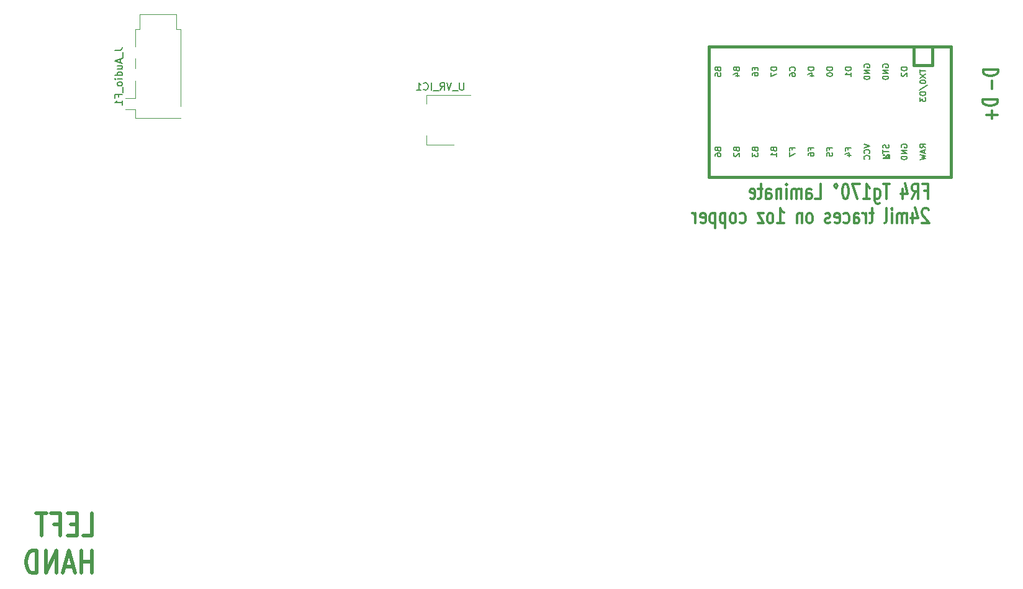
<source format=gbo>
G04 #@! TF.GenerationSoftware,KiCad,Pcbnew,(5.0.2)-1*
G04 #@! TF.CreationDate,2019-03-28T21:35:29+05:30*
G04 #@! TF.ProjectId,ErgodoxBle,4572676f-646f-4784-926c-652e6b696361,rev?*
G04 #@! TF.SameCoordinates,Original*
G04 #@! TF.FileFunction,Legend,Bot*
G04 #@! TF.FilePolarity,Positive*
%FSLAX46Y46*%
G04 Gerber Fmt 4.6, Leading zero omitted, Abs format (unit mm)*
G04 Created by KiCad (PCBNEW (5.0.2)-1) date 3/28/2019 9:35:29 PM*
%MOMM*%
%LPD*%
G01*
G04 APERTURE LIST*
%ADD10C,0.304800*%
%ADD11C,0.508000*%
%ADD12C,0.381000*%
%ADD13C,0.150000*%
%ADD14C,0.120000*%
G04 APERTURE END LIST*
D10*
X200753738Y-36246888D02*
X198721738Y-36246888D01*
X198721738Y-36609745D01*
X198818500Y-36827460D01*
X199012023Y-36972602D01*
X199205547Y-37045174D01*
X199592595Y-37117745D01*
X199882880Y-37117745D01*
X200269928Y-37045174D01*
X200463452Y-36972602D01*
X200656976Y-36827460D01*
X200753738Y-36609745D01*
X200753738Y-36246888D01*
X199979642Y-37770888D02*
X199979642Y-38932031D01*
X200705478Y-40305808D02*
X198673478Y-40305808D01*
X198673478Y-40668665D01*
X198770240Y-40886380D01*
X198963763Y-41031522D01*
X199157287Y-41104094D01*
X199544335Y-41176665D01*
X199834620Y-41176665D01*
X200221668Y-41104094D01*
X200415192Y-41031522D01*
X200608716Y-40886380D01*
X200705478Y-40668665D01*
X200705478Y-40305808D01*
X199931382Y-41829808D02*
X199931382Y-42990951D01*
X200705478Y-42410380D02*
X199157287Y-42410380D01*
D11*
X75960514Y-99803857D02*
X77170038Y-99803857D01*
X77170038Y-96755857D01*
X75113847Y-98207285D02*
X74267180Y-98207285D01*
X73904323Y-99803857D02*
X75113847Y-99803857D01*
X75113847Y-96755857D01*
X73904323Y-96755857D01*
X71969085Y-98207285D02*
X72815752Y-98207285D01*
X72815752Y-99803857D02*
X72815752Y-96755857D01*
X71606228Y-96755857D01*
X71001466Y-96755857D02*
X69550038Y-96755857D01*
X70275752Y-99803857D02*
X70275752Y-96755857D01*
X77170038Y-104883857D02*
X77170038Y-101835857D01*
X77170038Y-103287285D02*
X75718609Y-103287285D01*
X75718609Y-104883857D02*
X75718609Y-101835857D01*
X74630038Y-104013000D02*
X73420514Y-104013000D01*
X74871942Y-104883857D02*
X74025276Y-101835857D01*
X73178609Y-104883857D01*
X72331942Y-104883857D02*
X72331942Y-101835857D01*
X70880514Y-104883857D01*
X70880514Y-101835857D01*
X69670990Y-104883857D02*
X69670990Y-101835857D01*
X69066228Y-101835857D01*
X68703371Y-101981000D01*
X68461466Y-102271285D01*
X68340514Y-102561571D01*
X68219561Y-103142142D01*
X68219561Y-103577571D01*
X68340514Y-104158142D01*
X68461466Y-104448428D01*
X68703371Y-104738714D01*
X69066228Y-104883857D01*
X69670990Y-104883857D01*
D10*
X190701022Y-52788457D02*
X191209022Y-52788457D01*
X191209022Y-53852838D02*
X191209022Y-51820838D01*
X190483308Y-51820838D01*
X189031880Y-53852838D02*
X189539880Y-52885219D01*
X189902737Y-53852838D02*
X189902737Y-51820838D01*
X189322165Y-51820838D01*
X189177022Y-51917600D01*
X189104451Y-52014361D01*
X189031880Y-52207885D01*
X189031880Y-52498171D01*
X189104451Y-52691695D01*
X189177022Y-52788457D01*
X189322165Y-52885219D01*
X189902737Y-52885219D01*
X187725594Y-52498171D02*
X187725594Y-53852838D01*
X188088451Y-51724076D02*
X188451308Y-53175504D01*
X187507880Y-53175504D01*
X185983880Y-51820838D02*
X185113022Y-51820838D01*
X185548451Y-53852838D02*
X185548451Y-51820838D01*
X183951880Y-52498171D02*
X183951880Y-54143123D01*
X184024451Y-54336647D01*
X184097022Y-54433409D01*
X184242165Y-54530171D01*
X184459880Y-54530171D01*
X184605022Y-54433409D01*
X183951880Y-53756076D02*
X184097022Y-53852838D01*
X184387308Y-53852838D01*
X184532451Y-53756076D01*
X184605022Y-53659314D01*
X184677594Y-53465790D01*
X184677594Y-52885219D01*
X184605022Y-52691695D01*
X184532451Y-52594933D01*
X184387308Y-52498171D01*
X184097022Y-52498171D01*
X183951880Y-52594933D01*
X182427880Y-53852838D02*
X183298737Y-53852838D01*
X182863308Y-53852838D02*
X182863308Y-51820838D01*
X183008451Y-52111123D01*
X183153594Y-52304647D01*
X183298737Y-52401409D01*
X181919880Y-51820838D02*
X180903880Y-51820838D01*
X181557022Y-53852838D01*
X180033022Y-51820838D02*
X179887880Y-51820838D01*
X179742737Y-51917600D01*
X179670165Y-52014361D01*
X179597594Y-52207885D01*
X179525022Y-52594933D01*
X179525022Y-53078742D01*
X179597594Y-53465790D01*
X179670165Y-53659314D01*
X179742737Y-53756076D01*
X179887880Y-53852838D01*
X180033022Y-53852838D01*
X180178165Y-53756076D01*
X180250737Y-53659314D01*
X180323308Y-53465790D01*
X180395880Y-53078742D01*
X180395880Y-52594933D01*
X180323308Y-52207885D01*
X180250737Y-52014361D01*
X180178165Y-51917600D01*
X180033022Y-51820838D01*
X178654165Y-51820838D02*
X178799308Y-51917600D01*
X178871880Y-52111123D01*
X178799308Y-52304647D01*
X178654165Y-52401409D01*
X178509022Y-52304647D01*
X178436451Y-52111123D01*
X178509022Y-51917600D01*
X178654165Y-51820838D01*
X175823880Y-53852838D02*
X176549594Y-53852838D01*
X176549594Y-51820838D01*
X174662737Y-53852838D02*
X174662737Y-52788457D01*
X174735308Y-52594933D01*
X174880451Y-52498171D01*
X175170737Y-52498171D01*
X175315880Y-52594933D01*
X174662737Y-53756076D02*
X174807880Y-53852838D01*
X175170737Y-53852838D01*
X175315880Y-53756076D01*
X175388451Y-53562552D01*
X175388451Y-53369028D01*
X175315880Y-53175504D01*
X175170737Y-53078742D01*
X174807880Y-53078742D01*
X174662737Y-52981980D01*
X173937022Y-53852838D02*
X173937022Y-52498171D01*
X173937022Y-52691695D02*
X173864451Y-52594933D01*
X173719308Y-52498171D01*
X173501594Y-52498171D01*
X173356451Y-52594933D01*
X173283880Y-52788457D01*
X173283880Y-53852838D01*
X173283880Y-52788457D02*
X173211308Y-52594933D01*
X173066165Y-52498171D01*
X172848451Y-52498171D01*
X172703308Y-52594933D01*
X172630737Y-52788457D01*
X172630737Y-53852838D01*
X171905022Y-53852838D02*
X171905022Y-52498171D01*
X171905022Y-51820838D02*
X171977594Y-51917600D01*
X171905022Y-52014361D01*
X171832451Y-51917600D01*
X171905022Y-51820838D01*
X171905022Y-52014361D01*
X171179308Y-52498171D02*
X171179308Y-53852838D01*
X171179308Y-52691695D02*
X171106737Y-52594933D01*
X170961594Y-52498171D01*
X170743880Y-52498171D01*
X170598737Y-52594933D01*
X170526165Y-52788457D01*
X170526165Y-53852838D01*
X169147308Y-53852838D02*
X169147308Y-52788457D01*
X169219880Y-52594933D01*
X169365022Y-52498171D01*
X169655308Y-52498171D01*
X169800451Y-52594933D01*
X169147308Y-53756076D02*
X169292451Y-53852838D01*
X169655308Y-53852838D01*
X169800451Y-53756076D01*
X169873022Y-53562552D01*
X169873022Y-53369028D01*
X169800451Y-53175504D01*
X169655308Y-53078742D01*
X169292451Y-53078742D01*
X169147308Y-52981980D01*
X168639308Y-52498171D02*
X168058737Y-52498171D01*
X168421594Y-51820838D02*
X168421594Y-53562552D01*
X168349022Y-53756076D01*
X168203880Y-53852838D01*
X168058737Y-53852838D01*
X166970165Y-53756076D02*
X167115308Y-53852838D01*
X167405594Y-53852838D01*
X167550737Y-53756076D01*
X167623308Y-53562552D01*
X167623308Y-52788457D01*
X167550737Y-52594933D01*
X167405594Y-52498171D01*
X167115308Y-52498171D01*
X166970165Y-52594933D01*
X166897594Y-52788457D01*
X166897594Y-52981980D01*
X167623308Y-53175504D01*
X191281594Y-55367161D02*
X191209022Y-55270400D01*
X191063880Y-55173638D01*
X190701022Y-55173638D01*
X190555880Y-55270400D01*
X190483308Y-55367161D01*
X190410737Y-55560685D01*
X190410737Y-55754209D01*
X190483308Y-56044495D01*
X191354165Y-57205638D01*
X190410737Y-57205638D01*
X189104451Y-55850971D02*
X189104451Y-57205638D01*
X189467308Y-55076876D02*
X189830165Y-56528304D01*
X188886737Y-56528304D01*
X188306165Y-57205638D02*
X188306165Y-55850971D01*
X188306165Y-56044495D02*
X188233594Y-55947733D01*
X188088451Y-55850971D01*
X187870737Y-55850971D01*
X187725594Y-55947733D01*
X187653022Y-56141257D01*
X187653022Y-57205638D01*
X187653022Y-56141257D02*
X187580451Y-55947733D01*
X187435308Y-55850971D01*
X187217594Y-55850971D01*
X187072451Y-55947733D01*
X186999880Y-56141257D01*
X186999880Y-57205638D01*
X186274165Y-57205638D02*
X186274165Y-55850971D01*
X186274165Y-55173638D02*
X186346737Y-55270400D01*
X186274165Y-55367161D01*
X186201594Y-55270400D01*
X186274165Y-55173638D01*
X186274165Y-55367161D01*
X185330737Y-57205638D02*
X185475880Y-57108876D01*
X185548451Y-56915352D01*
X185548451Y-55173638D01*
X183806737Y-55850971D02*
X183226165Y-55850971D01*
X183589022Y-55173638D02*
X183589022Y-56915352D01*
X183516451Y-57108876D01*
X183371308Y-57205638D01*
X183226165Y-57205638D01*
X182718165Y-57205638D02*
X182718165Y-55850971D01*
X182718165Y-56238019D02*
X182645594Y-56044495D01*
X182573022Y-55947733D01*
X182427880Y-55850971D01*
X182282737Y-55850971D01*
X181121594Y-57205638D02*
X181121594Y-56141257D01*
X181194165Y-55947733D01*
X181339308Y-55850971D01*
X181629594Y-55850971D01*
X181774737Y-55947733D01*
X181121594Y-57108876D02*
X181266737Y-57205638D01*
X181629594Y-57205638D01*
X181774737Y-57108876D01*
X181847308Y-56915352D01*
X181847308Y-56721828D01*
X181774737Y-56528304D01*
X181629594Y-56431542D01*
X181266737Y-56431542D01*
X181121594Y-56334780D01*
X179742737Y-57108876D02*
X179887880Y-57205638D01*
X180178165Y-57205638D01*
X180323308Y-57108876D01*
X180395880Y-57012114D01*
X180468451Y-56818590D01*
X180468451Y-56238019D01*
X180395880Y-56044495D01*
X180323308Y-55947733D01*
X180178165Y-55850971D01*
X179887880Y-55850971D01*
X179742737Y-55947733D01*
X178509022Y-57108876D02*
X178654165Y-57205638D01*
X178944451Y-57205638D01*
X179089594Y-57108876D01*
X179162165Y-56915352D01*
X179162165Y-56141257D01*
X179089594Y-55947733D01*
X178944451Y-55850971D01*
X178654165Y-55850971D01*
X178509022Y-55947733D01*
X178436451Y-56141257D01*
X178436451Y-56334780D01*
X179162165Y-56528304D01*
X177855880Y-57108876D02*
X177710737Y-57205638D01*
X177420451Y-57205638D01*
X177275308Y-57108876D01*
X177202737Y-56915352D01*
X177202737Y-56818590D01*
X177275308Y-56625066D01*
X177420451Y-56528304D01*
X177638165Y-56528304D01*
X177783308Y-56431542D01*
X177855880Y-56238019D01*
X177855880Y-56141257D01*
X177783308Y-55947733D01*
X177638165Y-55850971D01*
X177420451Y-55850971D01*
X177275308Y-55947733D01*
X175170737Y-57205638D02*
X175315880Y-57108876D01*
X175388451Y-57012114D01*
X175461022Y-56818590D01*
X175461022Y-56238019D01*
X175388451Y-56044495D01*
X175315880Y-55947733D01*
X175170737Y-55850971D01*
X174953022Y-55850971D01*
X174807880Y-55947733D01*
X174735308Y-56044495D01*
X174662737Y-56238019D01*
X174662737Y-56818590D01*
X174735308Y-57012114D01*
X174807880Y-57108876D01*
X174953022Y-57205638D01*
X175170737Y-57205638D01*
X174009594Y-55850971D02*
X174009594Y-57205638D01*
X174009594Y-56044495D02*
X173937022Y-55947733D01*
X173791880Y-55850971D01*
X173574165Y-55850971D01*
X173429022Y-55947733D01*
X173356451Y-56141257D01*
X173356451Y-57205638D01*
X170671308Y-57205638D02*
X171542165Y-57205638D01*
X171106737Y-57205638D02*
X171106737Y-55173638D01*
X171251880Y-55463923D01*
X171397022Y-55657447D01*
X171542165Y-55754209D01*
X169800451Y-57205638D02*
X169945594Y-57108876D01*
X170018165Y-57012114D01*
X170090737Y-56818590D01*
X170090737Y-56238019D01*
X170018165Y-56044495D01*
X169945594Y-55947733D01*
X169800451Y-55850971D01*
X169582737Y-55850971D01*
X169437594Y-55947733D01*
X169365022Y-56044495D01*
X169292451Y-56238019D01*
X169292451Y-56818590D01*
X169365022Y-57012114D01*
X169437594Y-57108876D01*
X169582737Y-57205638D01*
X169800451Y-57205638D01*
X168784451Y-55850971D02*
X167986165Y-55850971D01*
X168784451Y-57205638D01*
X167986165Y-57205638D01*
X165591308Y-57108876D02*
X165736451Y-57205638D01*
X166026737Y-57205638D01*
X166171880Y-57108876D01*
X166244451Y-57012114D01*
X166317022Y-56818590D01*
X166317022Y-56238019D01*
X166244451Y-56044495D01*
X166171880Y-55947733D01*
X166026737Y-55850971D01*
X165736451Y-55850971D01*
X165591308Y-55947733D01*
X164720451Y-57205638D02*
X164865594Y-57108876D01*
X164938165Y-57012114D01*
X165010737Y-56818590D01*
X165010737Y-56238019D01*
X164938165Y-56044495D01*
X164865594Y-55947733D01*
X164720451Y-55850971D01*
X164502737Y-55850971D01*
X164357594Y-55947733D01*
X164285022Y-56044495D01*
X164212451Y-56238019D01*
X164212451Y-56818590D01*
X164285022Y-57012114D01*
X164357594Y-57108876D01*
X164502737Y-57205638D01*
X164720451Y-57205638D01*
X163559308Y-55850971D02*
X163559308Y-57882971D01*
X163559308Y-55947733D02*
X163414165Y-55850971D01*
X163123880Y-55850971D01*
X162978737Y-55947733D01*
X162906165Y-56044495D01*
X162833594Y-56238019D01*
X162833594Y-56818590D01*
X162906165Y-57012114D01*
X162978737Y-57108876D01*
X163123880Y-57205638D01*
X163414165Y-57205638D01*
X163559308Y-57108876D01*
X162180451Y-55850971D02*
X162180451Y-57882971D01*
X162180451Y-55947733D02*
X162035308Y-55850971D01*
X161745022Y-55850971D01*
X161599880Y-55947733D01*
X161527308Y-56044495D01*
X161454737Y-56238019D01*
X161454737Y-56818590D01*
X161527308Y-57012114D01*
X161599880Y-57108876D01*
X161745022Y-57205638D01*
X162035308Y-57205638D01*
X162180451Y-57108876D01*
X160221022Y-57108876D02*
X160366165Y-57205638D01*
X160656451Y-57205638D01*
X160801594Y-57108876D01*
X160874165Y-56915352D01*
X160874165Y-56141257D01*
X160801594Y-55947733D01*
X160656451Y-55850971D01*
X160366165Y-55850971D01*
X160221022Y-55947733D01*
X160148451Y-56141257D01*
X160148451Y-56334780D01*
X160874165Y-56528304D01*
X159495308Y-57205638D02*
X159495308Y-55850971D01*
X159495308Y-56238019D02*
X159422737Y-56044495D01*
X159350165Y-55947733D01*
X159205022Y-55850971D01*
X159059880Y-55850971D01*
D12*
G04 #@! TO.C,proMicro1*
X189280800Y-35661600D02*
X189280800Y-33121600D01*
X191820800Y-35661600D02*
X189280800Y-35661600D01*
D13*
G36*
X185531770Y-48056235D02*
X185431770Y-48056235D01*
X185431770Y-48156235D01*
X185531770Y-48156235D01*
X185531770Y-48056235D01*
G37*
X185531770Y-48056235D02*
X185431770Y-48056235D01*
X185431770Y-48156235D01*
X185531770Y-48156235D01*
X185531770Y-48056235D01*
G36*
X185931770Y-48256235D02*
X185131770Y-48256235D01*
X185131770Y-48356235D01*
X185931770Y-48356235D01*
X185931770Y-48256235D01*
G37*
X185931770Y-48256235D02*
X185131770Y-48256235D01*
X185131770Y-48356235D01*
X185931770Y-48356235D01*
X185931770Y-48256235D01*
G36*
X185331770Y-47856235D02*
X185131770Y-47856235D01*
X185131770Y-47956235D01*
X185331770Y-47956235D01*
X185331770Y-47856235D01*
G37*
X185331770Y-47856235D02*
X185131770Y-47856235D01*
X185131770Y-47956235D01*
X185331770Y-47956235D01*
X185331770Y-47856235D01*
G36*
X185931770Y-47856235D02*
X185631770Y-47856235D01*
X185631770Y-47956235D01*
X185931770Y-47956235D01*
X185931770Y-47856235D01*
G37*
X185931770Y-47856235D02*
X185631770Y-47856235D01*
X185631770Y-47956235D01*
X185931770Y-47956235D01*
X185931770Y-47856235D01*
G36*
X185931770Y-47856235D02*
X185831770Y-47856235D01*
X185831770Y-48356235D01*
X185931770Y-48356235D01*
X185931770Y-47856235D01*
G37*
X185931770Y-47856235D02*
X185831770Y-47856235D01*
X185831770Y-48356235D01*
X185931770Y-48356235D01*
X185931770Y-47856235D01*
D12*
X161340800Y-50901600D02*
X194360800Y-50901600D01*
X161340800Y-33121600D02*
X161340800Y-50901600D01*
X194360800Y-33121600D02*
X161340800Y-33121600D01*
X194360800Y-50901600D02*
X194360800Y-33121600D01*
X191820800Y-35661600D02*
X191820800Y-33121600D01*
D14*
G04 #@! TO.C,U_VR_IC1*
X122793840Y-46523960D02*
X122793840Y-45263960D01*
X122793840Y-39703960D02*
X122793840Y-40963960D01*
X126553840Y-46523960D02*
X122793840Y-46523960D01*
X128803840Y-39703960D02*
X122793840Y-39703960D01*
G04 #@! TO.C,J_Audio_F1*
X83115220Y-40177180D02*
X81715220Y-40177180D01*
X83115220Y-41727180D02*
X81715220Y-41727180D01*
X89315220Y-41277180D02*
X89315220Y-30752180D01*
X83115220Y-41727180D02*
X83115220Y-42852180D01*
X83115220Y-37777180D02*
X83115220Y-40177180D01*
X83115220Y-34777180D02*
X83115220Y-36127180D01*
X83115220Y-30752180D02*
X83115220Y-33127180D01*
X89315220Y-42852180D02*
X83115220Y-42852180D01*
X83115220Y-30752180D02*
X83715220Y-30752180D01*
X88715220Y-30752180D02*
X89315220Y-30752180D01*
X83715220Y-28752180D02*
X88715220Y-28752180D01*
X83715220Y-30752180D02*
X83715220Y-28752180D01*
X88715220Y-30752180D02*
X88715220Y-28752180D01*
G04 #@! TO.C,proMicro1*
D13*
X188372704Y-35960123D02*
X187572704Y-35960123D01*
X187572704Y-36150600D01*
X187610800Y-36264885D01*
X187686990Y-36341076D01*
X187763180Y-36379171D01*
X187915561Y-36417266D01*
X188029847Y-36417266D01*
X188182228Y-36379171D01*
X188258419Y-36341076D01*
X188334609Y-36264885D01*
X188372704Y-36150600D01*
X188372704Y-35960123D01*
X187648895Y-36722028D02*
X187610800Y-36760123D01*
X187572704Y-36836314D01*
X187572704Y-37026790D01*
X187610800Y-37102980D01*
X187648895Y-37141076D01*
X187725085Y-37179171D01*
X187801276Y-37179171D01*
X187915561Y-37141076D01*
X188372704Y-36683933D01*
X188372704Y-37179171D01*
X178212704Y-35960123D02*
X177412704Y-35960123D01*
X177412704Y-36150600D01*
X177450800Y-36264885D01*
X177526990Y-36341076D01*
X177603180Y-36379171D01*
X177755561Y-36417266D01*
X177869847Y-36417266D01*
X178022228Y-36379171D01*
X178098419Y-36341076D01*
X178174609Y-36264885D01*
X178212704Y-36150600D01*
X178212704Y-35960123D01*
X177412704Y-36912504D02*
X177412704Y-36988695D01*
X177450800Y-37064885D01*
X177488895Y-37102980D01*
X177565085Y-37141076D01*
X177717466Y-37179171D01*
X177907942Y-37179171D01*
X178060323Y-37141076D01*
X178136514Y-37102980D01*
X178174609Y-37064885D01*
X178212704Y-36988695D01*
X178212704Y-36912504D01*
X178174609Y-36836314D01*
X178136514Y-36798219D01*
X178060323Y-36760123D01*
X177907942Y-36722028D01*
X177717466Y-36722028D01*
X177565085Y-36760123D01*
X177488895Y-36798219D01*
X177450800Y-36836314D01*
X177412704Y-36912504D01*
X180752704Y-35960123D02*
X179952704Y-35960123D01*
X179952704Y-36150600D01*
X179990800Y-36264885D01*
X180066990Y-36341076D01*
X180143180Y-36379171D01*
X180295561Y-36417266D01*
X180409847Y-36417266D01*
X180562228Y-36379171D01*
X180638419Y-36341076D01*
X180714609Y-36264885D01*
X180752704Y-36150600D01*
X180752704Y-35960123D01*
X180752704Y-37179171D02*
X180752704Y-36722028D01*
X180752704Y-36950600D02*
X179952704Y-36950600D01*
X180066990Y-36874409D01*
X180143180Y-36798219D01*
X180181276Y-36722028D01*
X182530800Y-35941076D02*
X182492704Y-35864885D01*
X182492704Y-35750600D01*
X182530800Y-35636314D01*
X182606990Y-35560123D01*
X182683180Y-35522028D01*
X182835561Y-35483933D01*
X182949847Y-35483933D01*
X183102228Y-35522028D01*
X183178419Y-35560123D01*
X183254609Y-35636314D01*
X183292704Y-35750600D01*
X183292704Y-35826790D01*
X183254609Y-35941076D01*
X183216514Y-35979171D01*
X182949847Y-35979171D01*
X182949847Y-35826790D01*
X183292704Y-36322028D02*
X182492704Y-36322028D01*
X183292704Y-36779171D01*
X182492704Y-36779171D01*
X183292704Y-37160123D02*
X182492704Y-37160123D01*
X182492704Y-37350600D01*
X182530800Y-37464885D01*
X182606990Y-37541076D01*
X182683180Y-37579171D01*
X182835561Y-37617266D01*
X182949847Y-37617266D01*
X183102228Y-37579171D01*
X183178419Y-37541076D01*
X183254609Y-37464885D01*
X183292704Y-37350600D01*
X183292704Y-37160123D01*
X185070800Y-35941076D02*
X185032704Y-35864885D01*
X185032704Y-35750600D01*
X185070800Y-35636314D01*
X185146990Y-35560123D01*
X185223180Y-35522028D01*
X185375561Y-35483933D01*
X185489847Y-35483933D01*
X185642228Y-35522028D01*
X185718419Y-35560123D01*
X185794609Y-35636314D01*
X185832704Y-35750600D01*
X185832704Y-35826790D01*
X185794609Y-35941076D01*
X185756514Y-35979171D01*
X185489847Y-35979171D01*
X185489847Y-35826790D01*
X185832704Y-36322028D02*
X185032704Y-36322028D01*
X185832704Y-36779171D01*
X185032704Y-36779171D01*
X185832704Y-37160123D02*
X185032704Y-37160123D01*
X185032704Y-37350600D01*
X185070800Y-37464885D01*
X185146990Y-37541076D01*
X185223180Y-37579171D01*
X185375561Y-37617266D01*
X185489847Y-37617266D01*
X185642228Y-37579171D01*
X185718419Y-37541076D01*
X185794609Y-37464885D01*
X185832704Y-37350600D01*
X185832704Y-37160123D01*
X175672704Y-35960123D02*
X174872704Y-35960123D01*
X174872704Y-36150600D01*
X174910800Y-36264885D01*
X174986990Y-36341076D01*
X175063180Y-36379171D01*
X175215561Y-36417266D01*
X175329847Y-36417266D01*
X175482228Y-36379171D01*
X175558419Y-36341076D01*
X175634609Y-36264885D01*
X175672704Y-36150600D01*
X175672704Y-35960123D01*
X175139371Y-37102980D02*
X175672704Y-37102980D01*
X174834609Y-36912504D02*
X175406038Y-36722028D01*
X175406038Y-37217266D01*
X173056514Y-36417266D02*
X173094609Y-36379171D01*
X173132704Y-36264885D01*
X173132704Y-36188695D01*
X173094609Y-36074409D01*
X173018419Y-35998219D01*
X172942228Y-35960123D01*
X172789847Y-35922028D01*
X172675561Y-35922028D01*
X172523180Y-35960123D01*
X172446990Y-35998219D01*
X172370800Y-36074409D01*
X172332704Y-36188695D01*
X172332704Y-36264885D01*
X172370800Y-36379171D01*
X172408895Y-36417266D01*
X172332704Y-37102980D02*
X172332704Y-36950600D01*
X172370800Y-36874409D01*
X172408895Y-36836314D01*
X172523180Y-36760123D01*
X172675561Y-36722028D01*
X172980323Y-36722028D01*
X173056514Y-36760123D01*
X173094609Y-36798219D01*
X173132704Y-36874409D01*
X173132704Y-37026790D01*
X173094609Y-37102980D01*
X173056514Y-37141076D01*
X172980323Y-37179171D01*
X172789847Y-37179171D01*
X172713657Y-37141076D01*
X172675561Y-37102980D01*
X172637466Y-37026790D01*
X172637466Y-36874409D01*
X172675561Y-36798219D01*
X172713657Y-36760123D01*
X172789847Y-36722028D01*
X170592704Y-35960123D02*
X169792704Y-35960123D01*
X169792704Y-36150600D01*
X169830800Y-36264885D01*
X169906990Y-36341076D01*
X169983180Y-36379171D01*
X170135561Y-36417266D01*
X170249847Y-36417266D01*
X170402228Y-36379171D01*
X170478419Y-36341076D01*
X170554609Y-36264885D01*
X170592704Y-36150600D01*
X170592704Y-35960123D01*
X169792704Y-36683933D02*
X169792704Y-37217266D01*
X170592704Y-36874409D01*
X167633657Y-35998219D02*
X167633657Y-36264885D01*
X168052704Y-36379171D02*
X168052704Y-35998219D01*
X167252704Y-35998219D01*
X167252704Y-36379171D01*
X167252704Y-37064885D02*
X167252704Y-36912504D01*
X167290800Y-36836314D01*
X167328895Y-36798219D01*
X167443180Y-36722028D01*
X167595561Y-36683933D01*
X167900323Y-36683933D01*
X167976514Y-36722028D01*
X168014609Y-36760123D01*
X168052704Y-36836314D01*
X168052704Y-36988695D01*
X168014609Y-37064885D01*
X167976514Y-37102980D01*
X167900323Y-37141076D01*
X167709847Y-37141076D01*
X167633657Y-37102980D01*
X167595561Y-37064885D01*
X167557466Y-36988695D01*
X167557466Y-36836314D01*
X167595561Y-36760123D01*
X167633657Y-36722028D01*
X167709847Y-36683933D01*
X165093657Y-36226790D02*
X165131752Y-36341076D01*
X165169847Y-36379171D01*
X165246038Y-36417266D01*
X165360323Y-36417266D01*
X165436514Y-36379171D01*
X165474609Y-36341076D01*
X165512704Y-36264885D01*
X165512704Y-35960123D01*
X164712704Y-35960123D01*
X164712704Y-36226790D01*
X164750800Y-36302980D01*
X164788895Y-36341076D01*
X164865085Y-36379171D01*
X164941276Y-36379171D01*
X165017466Y-36341076D01*
X165055561Y-36302980D01*
X165093657Y-36226790D01*
X165093657Y-35960123D01*
X164979371Y-37102980D02*
X165512704Y-37102980D01*
X164674609Y-36912504D02*
X165246038Y-36722028D01*
X165246038Y-37217266D01*
X162553657Y-36226790D02*
X162591752Y-36341076D01*
X162629847Y-36379171D01*
X162706038Y-36417266D01*
X162820323Y-36417266D01*
X162896514Y-36379171D01*
X162934609Y-36341076D01*
X162972704Y-36264885D01*
X162972704Y-35960123D01*
X162172704Y-35960123D01*
X162172704Y-36226790D01*
X162210800Y-36302980D01*
X162248895Y-36341076D01*
X162325085Y-36379171D01*
X162401276Y-36379171D01*
X162477466Y-36341076D01*
X162515561Y-36302980D01*
X162553657Y-36226790D01*
X162553657Y-35960123D01*
X162172704Y-37141076D02*
X162172704Y-36760123D01*
X162553657Y-36722028D01*
X162515561Y-36760123D01*
X162477466Y-36836314D01*
X162477466Y-37026790D01*
X162515561Y-37102980D01*
X162553657Y-37141076D01*
X162629847Y-37179171D01*
X162820323Y-37179171D01*
X162896514Y-37141076D01*
X162934609Y-37102980D01*
X162972704Y-37026790D01*
X162972704Y-36836314D01*
X162934609Y-36760123D01*
X162896514Y-36722028D01*
X162553657Y-47148790D02*
X162591752Y-47263076D01*
X162629847Y-47301171D01*
X162706038Y-47339266D01*
X162820323Y-47339266D01*
X162896514Y-47301171D01*
X162934609Y-47263076D01*
X162972704Y-47186885D01*
X162972704Y-46882123D01*
X162172704Y-46882123D01*
X162172704Y-47148790D01*
X162210800Y-47224980D01*
X162248895Y-47263076D01*
X162325085Y-47301171D01*
X162401276Y-47301171D01*
X162477466Y-47263076D01*
X162515561Y-47224980D01*
X162553657Y-47148790D01*
X162553657Y-46882123D01*
X162172704Y-48024980D02*
X162172704Y-47872600D01*
X162210800Y-47796409D01*
X162248895Y-47758314D01*
X162363180Y-47682123D01*
X162515561Y-47644028D01*
X162820323Y-47644028D01*
X162896514Y-47682123D01*
X162934609Y-47720219D01*
X162972704Y-47796409D01*
X162972704Y-47948790D01*
X162934609Y-48024980D01*
X162896514Y-48063076D01*
X162820323Y-48101171D01*
X162629847Y-48101171D01*
X162553657Y-48063076D01*
X162515561Y-48024980D01*
X162477466Y-47948790D01*
X162477466Y-47796409D01*
X162515561Y-47720219D01*
X162553657Y-47682123D01*
X162629847Y-47644028D01*
X167633657Y-47148790D02*
X167671752Y-47263076D01*
X167709847Y-47301171D01*
X167786038Y-47339266D01*
X167900323Y-47339266D01*
X167976514Y-47301171D01*
X168014609Y-47263076D01*
X168052704Y-47186885D01*
X168052704Y-46882123D01*
X167252704Y-46882123D01*
X167252704Y-47148790D01*
X167290800Y-47224980D01*
X167328895Y-47263076D01*
X167405085Y-47301171D01*
X167481276Y-47301171D01*
X167557466Y-47263076D01*
X167595561Y-47224980D01*
X167633657Y-47148790D01*
X167633657Y-46882123D01*
X167252704Y-47605933D02*
X167252704Y-48101171D01*
X167557466Y-47834504D01*
X167557466Y-47948790D01*
X167595561Y-48024980D01*
X167633657Y-48063076D01*
X167709847Y-48101171D01*
X167900323Y-48101171D01*
X167976514Y-48063076D01*
X168014609Y-48024980D01*
X168052704Y-47948790D01*
X168052704Y-47720219D01*
X168014609Y-47644028D01*
X167976514Y-47605933D01*
X170173657Y-47148790D02*
X170211752Y-47263076D01*
X170249847Y-47301171D01*
X170326038Y-47339266D01*
X170440323Y-47339266D01*
X170516514Y-47301171D01*
X170554609Y-47263076D01*
X170592704Y-47186885D01*
X170592704Y-46882123D01*
X169792704Y-46882123D01*
X169792704Y-47148790D01*
X169830800Y-47224980D01*
X169868895Y-47263076D01*
X169945085Y-47301171D01*
X170021276Y-47301171D01*
X170097466Y-47263076D01*
X170135561Y-47224980D01*
X170173657Y-47148790D01*
X170173657Y-46882123D01*
X170592704Y-48101171D02*
X170592704Y-47644028D01*
X170592704Y-47872600D02*
X169792704Y-47872600D01*
X169906990Y-47796409D01*
X169983180Y-47720219D01*
X170021276Y-47644028D01*
X180333657Y-47205933D02*
X180333657Y-46939266D01*
X180752704Y-46939266D02*
X179952704Y-46939266D01*
X179952704Y-47320219D01*
X180219371Y-47967838D02*
X180752704Y-47967838D01*
X179914609Y-47777361D02*
X180486038Y-47586885D01*
X180486038Y-48082123D01*
X182492704Y-46405933D02*
X183292704Y-46672600D01*
X182492704Y-46939266D01*
X183216514Y-47663076D02*
X183254609Y-47624980D01*
X183292704Y-47510695D01*
X183292704Y-47434504D01*
X183254609Y-47320219D01*
X183178419Y-47244028D01*
X183102228Y-47205933D01*
X182949847Y-47167838D01*
X182835561Y-47167838D01*
X182683180Y-47205933D01*
X182606990Y-47244028D01*
X182530800Y-47320219D01*
X182492704Y-47434504D01*
X182492704Y-47510695D01*
X182530800Y-47624980D01*
X182568895Y-47663076D01*
X183216514Y-48463076D02*
X183254609Y-48424980D01*
X183292704Y-48310695D01*
X183292704Y-48234504D01*
X183254609Y-48120219D01*
X183178419Y-48044028D01*
X183102228Y-48005933D01*
X182949847Y-47967838D01*
X182835561Y-47967838D01*
X182683180Y-48005933D01*
X182606990Y-48044028D01*
X182530800Y-48120219D01*
X182492704Y-48234504D01*
X182492704Y-48310695D01*
X182530800Y-48424980D01*
X182568895Y-48463076D01*
X187610800Y-46863076D02*
X187572704Y-46786885D01*
X187572704Y-46672600D01*
X187610800Y-46558314D01*
X187686990Y-46482123D01*
X187763180Y-46444028D01*
X187915561Y-46405933D01*
X188029847Y-46405933D01*
X188182228Y-46444028D01*
X188258419Y-46482123D01*
X188334609Y-46558314D01*
X188372704Y-46672600D01*
X188372704Y-46748790D01*
X188334609Y-46863076D01*
X188296514Y-46901171D01*
X188029847Y-46901171D01*
X188029847Y-46748790D01*
X188372704Y-47244028D02*
X187572704Y-47244028D01*
X188372704Y-47701171D01*
X187572704Y-47701171D01*
X188372704Y-48082123D02*
X187572704Y-48082123D01*
X187572704Y-48272600D01*
X187610800Y-48386885D01*
X187686990Y-48463076D01*
X187763180Y-48501171D01*
X187915561Y-48539266D01*
X188029847Y-48539266D01*
X188182228Y-48501171D01*
X188258419Y-48463076D01*
X188334609Y-48386885D01*
X188372704Y-48272600D01*
X188372704Y-48082123D01*
X190912704Y-46920219D02*
X190531752Y-46653552D01*
X190912704Y-46463076D02*
X190112704Y-46463076D01*
X190112704Y-46767838D01*
X190150800Y-46844028D01*
X190188895Y-46882123D01*
X190265085Y-46920219D01*
X190379371Y-46920219D01*
X190455561Y-46882123D01*
X190493657Y-46844028D01*
X190531752Y-46767838D01*
X190531752Y-46463076D01*
X190684133Y-47224980D02*
X190684133Y-47605933D01*
X190912704Y-47148790D02*
X190112704Y-47415457D01*
X190912704Y-47682123D01*
X190112704Y-47872600D02*
X190912704Y-48063076D01*
X190341276Y-48215457D01*
X190912704Y-48367838D01*
X190112704Y-48558314D01*
X177793657Y-47205933D02*
X177793657Y-46939266D01*
X178212704Y-46939266D02*
X177412704Y-46939266D01*
X177412704Y-47320219D01*
X177412704Y-48005933D02*
X177412704Y-47624980D01*
X177793657Y-47586885D01*
X177755561Y-47624980D01*
X177717466Y-47701171D01*
X177717466Y-47891647D01*
X177755561Y-47967838D01*
X177793657Y-48005933D01*
X177869847Y-48044028D01*
X178060323Y-48044028D01*
X178136514Y-48005933D01*
X178174609Y-47967838D01*
X178212704Y-47891647D01*
X178212704Y-47701171D01*
X178174609Y-47624980D01*
X178136514Y-47586885D01*
X175253657Y-47205933D02*
X175253657Y-46939266D01*
X175672704Y-46939266D02*
X174872704Y-46939266D01*
X174872704Y-47320219D01*
X174872704Y-47967838D02*
X174872704Y-47815457D01*
X174910800Y-47739266D01*
X174948895Y-47701171D01*
X175063180Y-47624980D01*
X175215561Y-47586885D01*
X175520323Y-47586885D01*
X175596514Y-47624980D01*
X175634609Y-47663076D01*
X175672704Y-47739266D01*
X175672704Y-47891647D01*
X175634609Y-47967838D01*
X175596514Y-48005933D01*
X175520323Y-48044028D01*
X175329847Y-48044028D01*
X175253657Y-48005933D01*
X175215561Y-47967838D01*
X175177466Y-47891647D01*
X175177466Y-47739266D01*
X175215561Y-47663076D01*
X175253657Y-47624980D01*
X175329847Y-47586885D01*
X172713657Y-47205933D02*
X172713657Y-46939266D01*
X173132704Y-46939266D02*
X172332704Y-46939266D01*
X172332704Y-47320219D01*
X172332704Y-47548790D02*
X172332704Y-48082123D01*
X173132704Y-47739266D01*
X165093657Y-47148790D02*
X165131752Y-47263076D01*
X165169847Y-47301171D01*
X165246038Y-47339266D01*
X165360323Y-47339266D01*
X165436514Y-47301171D01*
X165474609Y-47263076D01*
X165512704Y-47186885D01*
X165512704Y-46882123D01*
X164712704Y-46882123D01*
X164712704Y-47148790D01*
X164750800Y-47224980D01*
X164788895Y-47263076D01*
X164865085Y-47301171D01*
X164941276Y-47301171D01*
X165017466Y-47263076D01*
X165055561Y-47224980D01*
X165093657Y-47148790D01*
X165093657Y-46882123D01*
X164788895Y-47644028D02*
X164750800Y-47682123D01*
X164712704Y-47758314D01*
X164712704Y-47948790D01*
X164750800Y-48024980D01*
X164788895Y-48063076D01*
X164865085Y-48101171D01*
X164941276Y-48101171D01*
X165055561Y-48063076D01*
X165512704Y-47605933D01*
X165512704Y-48101171D01*
X190112704Y-36249251D02*
X190112704Y-36706394D01*
X190912704Y-36477823D02*
X190112704Y-36477823D01*
X190112704Y-36896870D02*
X190912704Y-37430204D01*
X190112704Y-37430204D02*
X190912704Y-36896870D01*
X190112704Y-37887347D02*
X190112704Y-37963537D01*
X190150800Y-38039728D01*
X190188895Y-38077823D01*
X190265085Y-38115918D01*
X190417466Y-38154013D01*
X190607942Y-38154013D01*
X190760323Y-38115918D01*
X190836514Y-38077823D01*
X190874609Y-38039728D01*
X190912704Y-37963537D01*
X190912704Y-37887347D01*
X190874609Y-37811156D01*
X190836514Y-37773061D01*
X190760323Y-37734966D01*
X190607942Y-37696870D01*
X190417466Y-37696870D01*
X190265085Y-37734966D01*
X190188895Y-37773061D01*
X190150800Y-37811156D01*
X190112704Y-37887347D01*
X190074609Y-39068299D02*
X191103180Y-38382585D01*
X190912704Y-39334966D02*
X190112704Y-39334966D01*
X190112704Y-39525442D01*
X190150800Y-39639728D01*
X190226990Y-39715918D01*
X190303180Y-39754013D01*
X190455561Y-39792108D01*
X190569847Y-39792108D01*
X190722228Y-39754013D01*
X190798419Y-39715918D01*
X190874609Y-39639728D01*
X190912704Y-39525442D01*
X190912704Y-39334966D01*
X190112704Y-40058775D02*
X190112704Y-40554013D01*
X190417466Y-40287347D01*
X190417466Y-40401632D01*
X190455561Y-40477823D01*
X190493657Y-40515918D01*
X190569847Y-40554013D01*
X190760323Y-40554013D01*
X190836514Y-40515918D01*
X190874609Y-40477823D01*
X190912704Y-40401632D01*
X190912704Y-40173061D01*
X190874609Y-40096870D01*
X190836514Y-40058775D01*
X185814609Y-46518266D02*
X185852704Y-46632552D01*
X185852704Y-46823028D01*
X185814609Y-46899219D01*
X185776514Y-46937314D01*
X185700323Y-46975409D01*
X185624133Y-46975409D01*
X185547942Y-46937314D01*
X185509847Y-46899219D01*
X185471752Y-46823028D01*
X185433657Y-46670647D01*
X185395561Y-46594457D01*
X185357466Y-46556361D01*
X185281276Y-46518266D01*
X185205085Y-46518266D01*
X185128895Y-46556361D01*
X185090800Y-46594457D01*
X185052704Y-46670647D01*
X185052704Y-46861123D01*
X185090800Y-46975409D01*
X185052704Y-47203980D02*
X185052704Y-47661123D01*
X185852704Y-47432552D02*
X185052704Y-47432552D01*
G04 #@! TO.C,U_VR_IC1*
X127894316Y-38066340D02*
X127894316Y-38875864D01*
X127846697Y-38971102D01*
X127799078Y-39018721D01*
X127703840Y-39066340D01*
X127513363Y-39066340D01*
X127418125Y-39018721D01*
X127370506Y-38971102D01*
X127322887Y-38875864D01*
X127322887Y-38066340D01*
X127084792Y-39161579D02*
X126322887Y-39161579D01*
X126227649Y-38066340D02*
X125894316Y-39066340D01*
X125560982Y-38066340D01*
X124656220Y-39066340D02*
X124989554Y-38590150D01*
X125227649Y-39066340D02*
X125227649Y-38066340D01*
X124846697Y-38066340D01*
X124751459Y-38113960D01*
X124703840Y-38161579D01*
X124656220Y-38256817D01*
X124656220Y-38399674D01*
X124703840Y-38494912D01*
X124751459Y-38542531D01*
X124846697Y-38590150D01*
X125227649Y-38590150D01*
X124465744Y-39161579D02*
X123703840Y-39161579D01*
X123465744Y-39066340D02*
X123465744Y-38066340D01*
X122418125Y-38971102D02*
X122465744Y-39018721D01*
X122608601Y-39066340D01*
X122703840Y-39066340D01*
X122846697Y-39018721D01*
X122941935Y-38923483D01*
X122989554Y-38828245D01*
X123037173Y-38637769D01*
X123037173Y-38494912D01*
X122989554Y-38304436D01*
X122941935Y-38209198D01*
X122846697Y-38113960D01*
X122703840Y-38066340D01*
X122608601Y-38066340D01*
X122465744Y-38113960D01*
X122418125Y-38161579D01*
X121465744Y-39066340D02*
X122037173Y-39066340D01*
X121751459Y-39066340D02*
X121751459Y-38066340D01*
X121846697Y-38209198D01*
X121941935Y-38304436D01*
X122037173Y-38352055D01*
G04 #@! TO.C,J_Audio_F1*
X80317600Y-33629560D02*
X81031886Y-33629560D01*
X81174743Y-33581941D01*
X81269981Y-33486703D01*
X81317600Y-33343846D01*
X81317600Y-33248608D01*
X81412839Y-33867656D02*
X81412839Y-34629560D01*
X81031886Y-34820037D02*
X81031886Y-35296227D01*
X81317600Y-34724799D02*
X80317600Y-35058132D01*
X81317600Y-35391465D01*
X80650934Y-36153370D02*
X81317600Y-36153370D01*
X80650934Y-35724799D02*
X81174743Y-35724799D01*
X81269981Y-35772418D01*
X81317600Y-35867656D01*
X81317600Y-36010513D01*
X81269981Y-36105751D01*
X81222362Y-36153370D01*
X81317600Y-37058132D02*
X80317600Y-37058132D01*
X81269981Y-37058132D02*
X81317600Y-36962894D01*
X81317600Y-36772418D01*
X81269981Y-36677180D01*
X81222362Y-36629560D01*
X81127124Y-36581941D01*
X80841410Y-36581941D01*
X80746172Y-36629560D01*
X80698553Y-36677180D01*
X80650934Y-36772418D01*
X80650934Y-36962894D01*
X80698553Y-37058132D01*
X81317600Y-37534322D02*
X80650934Y-37534322D01*
X80317600Y-37534322D02*
X80365220Y-37486703D01*
X80412839Y-37534322D01*
X80365220Y-37581941D01*
X80317600Y-37534322D01*
X80412839Y-37534322D01*
X81317600Y-38153370D02*
X81269981Y-38058132D01*
X81222362Y-38010513D01*
X81127124Y-37962894D01*
X80841410Y-37962894D01*
X80746172Y-38010513D01*
X80698553Y-38058132D01*
X80650934Y-38153370D01*
X80650934Y-38296227D01*
X80698553Y-38391465D01*
X80746172Y-38439084D01*
X80841410Y-38486703D01*
X81127124Y-38486703D01*
X81222362Y-38439084D01*
X81269981Y-38391465D01*
X81317600Y-38296227D01*
X81317600Y-38153370D01*
X81412839Y-38677180D02*
X81412839Y-39439084D01*
X80793791Y-40010513D02*
X80793791Y-39677180D01*
X81317600Y-39677180D02*
X80317600Y-39677180D01*
X80317600Y-40153370D01*
X81317600Y-41058132D02*
X81317600Y-40486703D01*
X81317600Y-40772418D02*
X80317600Y-40772418D01*
X80460458Y-40677180D01*
X80555696Y-40581941D01*
X80603315Y-40486703D01*
G04 #@! TD*
M02*

</source>
